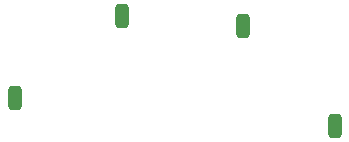
<source format=gbr>
%TF.GenerationSoftware,KiCad,Pcbnew,7.0.9*%
%TF.CreationDate,2024-02-29T12:55:39-04:00*%
%TF.ProjectId,phantomArc,7068616e-746f-46d4-9172-632e6b696361,v0.1*%
%TF.SameCoordinates,Original*%
%TF.FileFunction,Soldermask,Top*%
%TF.FilePolarity,Negative*%
%FSLAX46Y46*%
G04 Gerber Fmt 4.6, Leading zero omitted, Abs format (unit mm)*
G04 Created by KiCad (PCBNEW 7.0.9) date 2024-02-29 12:55:39*
%MOMM*%
%LPD*%
G01*
G04 APERTURE LIST*
G04 Aperture macros list*
%AMRoundRect*
0 Rectangle with rounded corners*
0 $1 Rounding radius*
0 $2 $3 $4 $5 $6 $7 $8 $9 X,Y pos of 4 corners*
0 Add a 4 corners polygon primitive as box body*
4,1,4,$2,$3,$4,$5,$6,$7,$8,$9,$2,$3,0*
0 Add four circle primitives for the rounded corners*
1,1,$1+$1,$2,$3*
1,1,$1+$1,$4,$5*
1,1,$1+$1,$6,$7*
1,1,$1+$1,$8,$9*
0 Add four rect primitives between the rounded corners*
20,1,$1+$1,$2,$3,$4,$5,0*
20,1,$1+$1,$4,$5,$6,$7,0*
20,1,$1+$1,$6,$7,$8,$9,0*
20,1,$1+$1,$8,$9,$2,$3,0*%
G04 Aperture macros list end*
%ADD10RoundRect,0.300800X-0.250000X-0.750000X0.250000X-0.750000X0.250000X0.750000X-0.250000X0.750000X0*%
G04 APERTURE END LIST*
D10*
%TO.C,Q2_in1*%
X151118000Y-115511000D03*
%TD*%
%TO.C,Q1_in1*%
X142010000Y-122500000D03*
%TD*%
%TO.C,Q3_in1*%
X161339000Y-116405000D03*
%TD*%
%TO.C,Q4_in1*%
X169095000Y-124870000D03*
%TD*%
M02*

</source>
